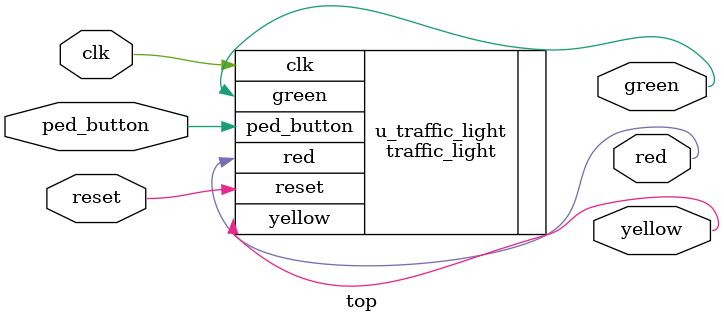
<source format=sv>
module top
(
	input	logic clk,
	input	logic reset,
	input	logic ped_button,
	output	logic red,
	output	logic yellow,
	output	logic green
);

// Instantiate the VHDL module
// Synplify handles the cross-language binding automatically
traffic_light u_traffic_light
(
	.clk(clk),
	.reset(reset),
	.ped_button(ped_button),
	.red(red),
	.yellow(yellow),
	.green(green)
);

endmodule

</source>
